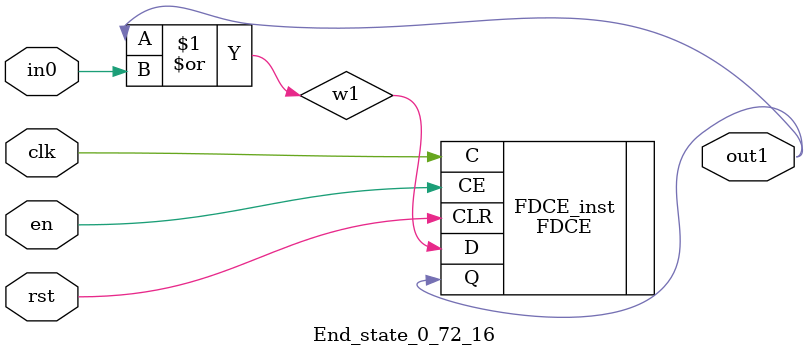
<source format=v>
module engine_0_72(out,clk,sod,en, in_4, in_5, in_6, in_7, in_8, in_10, in_12, in_13, in_20, in_25, in_28, in_35, in_60);
//pcre: /\x2Flogos\.gif\x3F[0-9a-f]+=\x2d?\d+/Ui
//block char: O[0], L[0], G[0], I[0], S[0], -[0], \x2E[8], \d[5], =[0], \x2F[8], \x3F[8], f[0], [\z3039\z6166][1], 

	input clk,sod,en;

	input in_4, in_5, in_6, in_7, in_8, in_10, in_12, in_13, in_20, in_25, in_28, in_35, in_60;
	output out;

	assign w0 = 1'b1;
	state_0_72_1 BlockState_0_72_1 (w1,in_25,clk,en,sod,w0);
	state_0_72_2 BlockState_0_72_2 (w2,in_5,clk,en,sod,w1);
	state_0_72_3 BlockState_0_72_3 (w3,in_4,clk,en,sod,w2);
	state_0_72_4 BlockState_0_72_4 (w4,in_6,clk,en,sod,w3);
	state_0_72_5 BlockState_0_72_5 (w5,in_4,clk,en,sod,w4);
	state_0_72_6 BlockState_0_72_6 (w6,in_8,clk,en,sod,w5);
	state_0_72_7 BlockState_0_72_7 (w7,in_12,clk,en,sod,w6);
	state_0_72_8 BlockState_0_72_8 (w8,in_6,clk,en,sod,w7);
	state_0_72_9 BlockState_0_72_9 (w9,in_7,clk,en,sod,w8);
	state_0_72_10 BlockState_0_72_10 (w10,in_35,clk,en,sod,w9);
	state_0_72_11 BlockState_0_72_11 (w11,in_28,clk,en,sod,w10);
	state_0_72_12 BlockState_0_72_12 (w12,in_60,clk,en,sod,w12,w11);
	state_0_72_13 BlockState_0_72_13 (w13,in_20,clk,en,sod,w12);
	state_0_72_14 BlockState_0_72_14 (w14,in_10,clk,en,sod,w13);
	state_0_72_15 BlockState_0_72_15 (w15,in_13,clk,en,sod,w15,w13,w14);
	End_state_0_72_16 BlockState_0_72_16 (out,clk,en,sod,w15);
endmodule

module state_0_72_1(out1,in_char,clk,en,rst,in0);
	input in_char,clk,en,rst,in0;
	output out1;
	wire w1,w2;
	assign w1 = in0; 
	and(w2,in_char,w1);
	FDCE #(.INIT(1'b0)) FDCE_inst (
		.Q(out1),
		.C(clk),
		.CE(en),
		.CLR(rst),
		.D(w2)
);
endmodule

module state_0_72_2(out1,in_char,clk,en,rst,in0);
	input in_char,clk,en,rst,in0;
	output out1;
	wire w1,w2;
	assign w1 = in0; 
	and(w2,in_char,w1);
	FDCE #(.INIT(1'b0)) FDCE_inst (
		.Q(out1),
		.C(clk),
		.CE(en),
		.CLR(rst),
		.D(w2)
);
endmodule

module state_0_72_3(out1,in_char,clk,en,rst,in0);
	input in_char,clk,en,rst,in0;
	output out1;
	wire w1,w2;
	assign w1 = in0; 
	and(w2,in_char,w1);
	FDCE #(.INIT(1'b0)) FDCE_inst (
		.Q(out1),
		.C(clk),
		.CE(en),
		.CLR(rst),
		.D(w2)
);
endmodule

module state_0_72_4(out1,in_char,clk,en,rst,in0);
	input in_char,clk,en,rst,in0;
	output out1;
	wire w1,w2;
	assign w1 = in0; 
	and(w2,in_char,w1);
	FDCE #(.INIT(1'b0)) FDCE_inst (
		.Q(out1),
		.C(clk),
		.CE(en),
		.CLR(rst),
		.D(w2)
);
endmodule

module state_0_72_5(out1,in_char,clk,en,rst,in0);
	input in_char,clk,en,rst,in0;
	output out1;
	wire w1,w2;
	assign w1 = in0; 
	and(w2,in_char,w1);
	FDCE #(.INIT(1'b0)) FDCE_inst (
		.Q(out1),
		.C(clk),
		.CE(en),
		.CLR(rst),
		.D(w2)
);
endmodule

module state_0_72_6(out1,in_char,clk,en,rst,in0);
	input in_char,clk,en,rst,in0;
	output out1;
	wire w1,w2;
	assign w1 = in0; 
	and(w2,in_char,w1);
	FDCE #(.INIT(1'b0)) FDCE_inst (
		.Q(out1),
		.C(clk),
		.CE(en),
		.CLR(rst),
		.D(w2)
);
endmodule

module state_0_72_7(out1,in_char,clk,en,rst,in0);
	input in_char,clk,en,rst,in0;
	output out1;
	wire w1,w2;
	assign w1 = in0; 
	and(w2,in_char,w1);
	FDCE #(.INIT(1'b0)) FDCE_inst (
		.Q(out1),
		.C(clk),
		.CE(en),
		.CLR(rst),
		.D(w2)
);
endmodule

module state_0_72_8(out1,in_char,clk,en,rst,in0);
	input in_char,clk,en,rst,in0;
	output out1;
	wire w1,w2;
	assign w1 = in0; 
	and(w2,in_char,w1);
	FDCE #(.INIT(1'b0)) FDCE_inst (
		.Q(out1),
		.C(clk),
		.CE(en),
		.CLR(rst),
		.D(w2)
);
endmodule

module state_0_72_9(out1,in_char,clk,en,rst,in0);
	input in_char,clk,en,rst,in0;
	output out1;
	wire w1,w2;
	assign w1 = in0; 
	and(w2,in_char,w1);
	FDCE #(.INIT(1'b0)) FDCE_inst (
		.Q(out1),
		.C(clk),
		.CE(en),
		.CLR(rst),
		.D(w2)
);
endmodule

module state_0_72_10(out1,in_char,clk,en,rst,in0);
	input in_char,clk,en,rst,in0;
	output out1;
	wire w1,w2;
	assign w1 = in0; 
	and(w2,in_char,w1);
	FDCE #(.INIT(1'b0)) FDCE_inst (
		.Q(out1),
		.C(clk),
		.CE(en),
		.CLR(rst),
		.D(w2)
);
endmodule

module state_0_72_11(out1,in_char,clk,en,rst,in0);
	input in_char,clk,en,rst,in0;
	output out1;
	wire w1,w2;
	assign w1 = in0; 
	and(w2,in_char,w1);
	FDCE #(.INIT(1'b0)) FDCE_inst (
		.Q(out1),
		.C(clk),
		.CE(en),
		.CLR(rst),
		.D(w2)
);
endmodule

module state_0_72_12(out1,in_char,clk,en,rst,in0,in1);
	input in_char,clk,en,rst,in0,in1;
	output out1;
	wire w1,w2;
	or(w1,in0,in1);
	and(w2,in_char,w1);
	FDCE #(.INIT(1'b0)) FDCE_inst (
		.Q(out1),
		.C(clk),
		.CE(en),
		.CLR(rst),
		.D(w2)
);
endmodule

module state_0_72_13(out1,in_char,clk,en,rst,in0);
	input in_char,clk,en,rst,in0;
	output out1;
	wire w1,w2;
	assign w1 = in0; 
	and(w2,in_char,w1);
	FDCE #(.INIT(1'b0)) FDCE_inst (
		.Q(out1),
		.C(clk),
		.CE(en),
		.CLR(rst),
		.D(w2)
);
endmodule

module state_0_72_14(out1,in_char,clk,en,rst,in0);
	input in_char,clk,en,rst,in0;
	output out1;
	wire w1,w2;
	assign w1 = in0; 
	and(w2,in_char,w1);
	FDCE #(.INIT(1'b0)) FDCE_inst (
		.Q(out1),
		.C(clk),
		.CE(en),
		.CLR(rst),
		.D(w2)
);
endmodule

module state_0_72_15(out1,in_char,clk,en,rst,in0,in1,in2);
	input in_char,clk,en,rst,in0,in1,in2;
	output out1;
	wire w1,w2;
	or(w1,in0,in1,in2);
	and(w2,in_char,w1);
	FDCE #(.INIT(1'b0)) FDCE_inst (
		.Q(out1),
		.C(clk),
		.CE(en),
		.CLR(rst),
		.D(w2)
);
endmodule

module End_state_0_72_16(out1,clk,en,rst,in0);
	input clk,rst,en,in0;
	output out1;
	wire w1;
	or(w1,out1,in0);
	FDCE #(.INIT(1'b0)) FDCE_inst (
		.Q(out1),
		.C(clk),
		.CE(en),
		.CLR(rst),
		.D(w1)
);
endmodule


</source>
